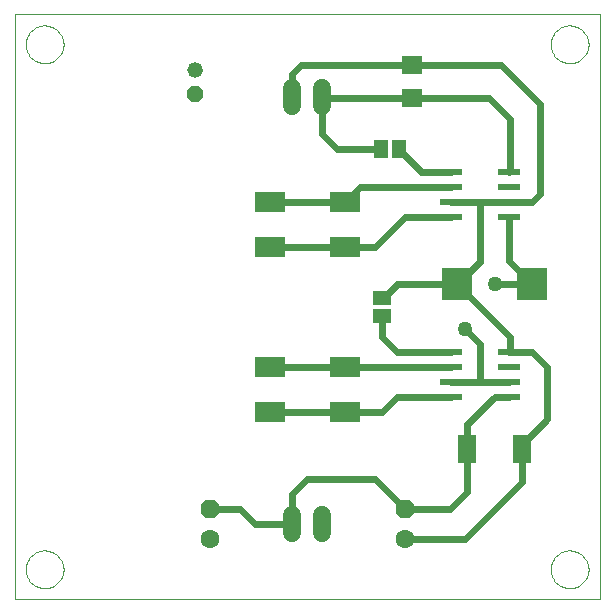
<source format=gtl>
G75*
%MOIN*%
%OFA0B0*%
%FSLAX24Y24*%
%IPPOS*%
%LPD*%
%AMOC8*
5,1,8,0,0,1.08239X$1,22.5*
%
%ADD10C,0.0000*%
%ADD11C,0.0600*%
%ADD12OC8,0.0520*%
%ADD13C,0.0520*%
%ADD14R,0.0780X0.0220*%
%ADD15R,0.0460X0.0630*%
%ADD16R,0.0591X0.0945*%
%ADD17R,0.0630X0.0460*%
%ADD18R,0.0709X0.0630*%
%ADD19R,0.0984X0.0669*%
%ADD20OC8,0.0630*%
%ADD21C,0.0630*%
%ADD22R,0.1004X0.1063*%
%ADD23C,0.0240*%
%ADD24C,0.0500*%
D10*
X000100Y000100D02*
X000100Y019600D01*
X019600Y019600D01*
X019600Y000100D01*
X000100Y000100D01*
X000470Y001100D02*
X000472Y001150D01*
X000478Y001200D01*
X000488Y001249D01*
X000502Y001297D01*
X000519Y001344D01*
X000540Y001389D01*
X000565Y001433D01*
X000593Y001474D01*
X000625Y001513D01*
X000659Y001550D01*
X000696Y001584D01*
X000736Y001614D01*
X000778Y001641D01*
X000822Y001665D01*
X000868Y001686D01*
X000915Y001702D01*
X000963Y001715D01*
X001013Y001724D01*
X001062Y001729D01*
X001113Y001730D01*
X001163Y001727D01*
X001212Y001720D01*
X001261Y001709D01*
X001309Y001694D01*
X001355Y001676D01*
X001400Y001654D01*
X001443Y001628D01*
X001484Y001599D01*
X001523Y001567D01*
X001559Y001532D01*
X001591Y001494D01*
X001621Y001454D01*
X001648Y001411D01*
X001671Y001367D01*
X001690Y001321D01*
X001706Y001273D01*
X001718Y001224D01*
X001726Y001175D01*
X001730Y001125D01*
X001730Y001075D01*
X001726Y001025D01*
X001718Y000976D01*
X001706Y000927D01*
X001690Y000879D01*
X001671Y000833D01*
X001648Y000789D01*
X001621Y000746D01*
X001591Y000706D01*
X001559Y000668D01*
X001523Y000633D01*
X001484Y000601D01*
X001443Y000572D01*
X001400Y000546D01*
X001355Y000524D01*
X001309Y000506D01*
X001261Y000491D01*
X001212Y000480D01*
X001163Y000473D01*
X001113Y000470D01*
X001062Y000471D01*
X001013Y000476D01*
X000963Y000485D01*
X000915Y000498D01*
X000868Y000514D01*
X000822Y000535D01*
X000778Y000559D01*
X000736Y000586D01*
X000696Y000616D01*
X000659Y000650D01*
X000625Y000687D01*
X000593Y000726D01*
X000565Y000767D01*
X000540Y000811D01*
X000519Y000856D01*
X000502Y000903D01*
X000488Y000951D01*
X000478Y001000D01*
X000472Y001050D01*
X000470Y001100D01*
X000470Y018600D02*
X000472Y018650D01*
X000478Y018700D01*
X000488Y018749D01*
X000502Y018797D01*
X000519Y018844D01*
X000540Y018889D01*
X000565Y018933D01*
X000593Y018974D01*
X000625Y019013D01*
X000659Y019050D01*
X000696Y019084D01*
X000736Y019114D01*
X000778Y019141D01*
X000822Y019165D01*
X000868Y019186D01*
X000915Y019202D01*
X000963Y019215D01*
X001013Y019224D01*
X001062Y019229D01*
X001113Y019230D01*
X001163Y019227D01*
X001212Y019220D01*
X001261Y019209D01*
X001309Y019194D01*
X001355Y019176D01*
X001400Y019154D01*
X001443Y019128D01*
X001484Y019099D01*
X001523Y019067D01*
X001559Y019032D01*
X001591Y018994D01*
X001621Y018954D01*
X001648Y018911D01*
X001671Y018867D01*
X001690Y018821D01*
X001706Y018773D01*
X001718Y018724D01*
X001726Y018675D01*
X001730Y018625D01*
X001730Y018575D01*
X001726Y018525D01*
X001718Y018476D01*
X001706Y018427D01*
X001690Y018379D01*
X001671Y018333D01*
X001648Y018289D01*
X001621Y018246D01*
X001591Y018206D01*
X001559Y018168D01*
X001523Y018133D01*
X001484Y018101D01*
X001443Y018072D01*
X001400Y018046D01*
X001355Y018024D01*
X001309Y018006D01*
X001261Y017991D01*
X001212Y017980D01*
X001163Y017973D01*
X001113Y017970D01*
X001062Y017971D01*
X001013Y017976D01*
X000963Y017985D01*
X000915Y017998D01*
X000868Y018014D01*
X000822Y018035D01*
X000778Y018059D01*
X000736Y018086D01*
X000696Y018116D01*
X000659Y018150D01*
X000625Y018187D01*
X000593Y018226D01*
X000565Y018267D01*
X000540Y018311D01*
X000519Y018356D01*
X000502Y018403D01*
X000488Y018451D01*
X000478Y018500D01*
X000472Y018550D01*
X000470Y018600D01*
X017970Y018600D02*
X017972Y018650D01*
X017978Y018700D01*
X017988Y018749D01*
X018002Y018797D01*
X018019Y018844D01*
X018040Y018889D01*
X018065Y018933D01*
X018093Y018974D01*
X018125Y019013D01*
X018159Y019050D01*
X018196Y019084D01*
X018236Y019114D01*
X018278Y019141D01*
X018322Y019165D01*
X018368Y019186D01*
X018415Y019202D01*
X018463Y019215D01*
X018513Y019224D01*
X018562Y019229D01*
X018613Y019230D01*
X018663Y019227D01*
X018712Y019220D01*
X018761Y019209D01*
X018809Y019194D01*
X018855Y019176D01*
X018900Y019154D01*
X018943Y019128D01*
X018984Y019099D01*
X019023Y019067D01*
X019059Y019032D01*
X019091Y018994D01*
X019121Y018954D01*
X019148Y018911D01*
X019171Y018867D01*
X019190Y018821D01*
X019206Y018773D01*
X019218Y018724D01*
X019226Y018675D01*
X019230Y018625D01*
X019230Y018575D01*
X019226Y018525D01*
X019218Y018476D01*
X019206Y018427D01*
X019190Y018379D01*
X019171Y018333D01*
X019148Y018289D01*
X019121Y018246D01*
X019091Y018206D01*
X019059Y018168D01*
X019023Y018133D01*
X018984Y018101D01*
X018943Y018072D01*
X018900Y018046D01*
X018855Y018024D01*
X018809Y018006D01*
X018761Y017991D01*
X018712Y017980D01*
X018663Y017973D01*
X018613Y017970D01*
X018562Y017971D01*
X018513Y017976D01*
X018463Y017985D01*
X018415Y017998D01*
X018368Y018014D01*
X018322Y018035D01*
X018278Y018059D01*
X018236Y018086D01*
X018196Y018116D01*
X018159Y018150D01*
X018125Y018187D01*
X018093Y018226D01*
X018065Y018267D01*
X018040Y018311D01*
X018019Y018356D01*
X018002Y018403D01*
X017988Y018451D01*
X017978Y018500D01*
X017972Y018550D01*
X017970Y018600D01*
X017970Y001100D02*
X017972Y001150D01*
X017978Y001200D01*
X017988Y001249D01*
X018002Y001297D01*
X018019Y001344D01*
X018040Y001389D01*
X018065Y001433D01*
X018093Y001474D01*
X018125Y001513D01*
X018159Y001550D01*
X018196Y001584D01*
X018236Y001614D01*
X018278Y001641D01*
X018322Y001665D01*
X018368Y001686D01*
X018415Y001702D01*
X018463Y001715D01*
X018513Y001724D01*
X018562Y001729D01*
X018613Y001730D01*
X018663Y001727D01*
X018712Y001720D01*
X018761Y001709D01*
X018809Y001694D01*
X018855Y001676D01*
X018900Y001654D01*
X018943Y001628D01*
X018984Y001599D01*
X019023Y001567D01*
X019059Y001532D01*
X019091Y001494D01*
X019121Y001454D01*
X019148Y001411D01*
X019171Y001367D01*
X019190Y001321D01*
X019206Y001273D01*
X019218Y001224D01*
X019226Y001175D01*
X019230Y001125D01*
X019230Y001075D01*
X019226Y001025D01*
X019218Y000976D01*
X019206Y000927D01*
X019190Y000879D01*
X019171Y000833D01*
X019148Y000789D01*
X019121Y000746D01*
X019091Y000706D01*
X019059Y000668D01*
X019023Y000633D01*
X018984Y000601D01*
X018943Y000572D01*
X018900Y000546D01*
X018855Y000524D01*
X018809Y000506D01*
X018761Y000491D01*
X018712Y000480D01*
X018663Y000473D01*
X018613Y000470D01*
X018562Y000471D01*
X018513Y000476D01*
X018463Y000485D01*
X018415Y000498D01*
X018368Y000514D01*
X018322Y000535D01*
X018278Y000559D01*
X018236Y000586D01*
X018196Y000616D01*
X018159Y000650D01*
X018125Y000687D01*
X018093Y000726D01*
X018065Y000767D01*
X018040Y000811D01*
X018019Y000856D01*
X018002Y000903D01*
X017988Y000951D01*
X017978Y001000D01*
X017972Y001050D01*
X017970Y001100D01*
D11*
X010350Y002300D02*
X010350Y002900D01*
X009350Y002900D02*
X009350Y002300D01*
X009350Y016550D02*
X009350Y017150D01*
X010350Y017150D02*
X010350Y016550D01*
D12*
X006100Y016950D03*
D13*
X006100Y017750D03*
D14*
X014630Y014350D03*
X014630Y013850D03*
X014630Y013350D03*
X014630Y012850D03*
X016570Y012850D03*
X016570Y013350D03*
X016570Y013850D03*
X016570Y014350D03*
X016570Y008350D03*
X016570Y007850D03*
X016570Y007350D03*
X016570Y006850D03*
X014630Y006850D03*
X014630Y007350D03*
X014630Y007850D03*
X014630Y008350D03*
D15*
X012900Y015100D03*
X012300Y015100D03*
D16*
X015194Y005100D03*
X017006Y005100D03*
D17*
X012350Y009550D03*
X012350Y010150D03*
D18*
X013350Y016799D03*
X013350Y017901D03*
D19*
X011100Y013348D03*
X011100Y011852D03*
X008600Y011852D03*
X008600Y013348D03*
X008600Y007848D03*
X008600Y006352D03*
X011100Y006352D03*
X011100Y007848D03*
D20*
X013100Y003100D03*
X006600Y003100D03*
D21*
X006600Y002100D03*
X013100Y002100D03*
D22*
X014852Y010600D03*
X017348Y010600D03*
D23*
X016100Y010600D01*
X015600Y011350D02*
X015600Y013350D01*
X016570Y013350D01*
X017350Y013350D01*
X017600Y013600D01*
X017600Y016600D01*
X016299Y017901D01*
X013350Y017901D01*
X009651Y017901D01*
X009350Y017600D01*
X009350Y016850D01*
X010350Y016850D02*
X010350Y015600D01*
X010850Y015100D01*
X012300Y015100D01*
X012900Y015100D02*
X013650Y014350D01*
X014630Y014350D01*
X014630Y013850D02*
X011602Y013850D01*
X011100Y013348D01*
X008600Y013348D01*
X008600Y011852D02*
X011100Y011852D01*
X011102Y011850D01*
X012100Y011850D01*
X013100Y012850D01*
X014630Y012850D01*
X014630Y013350D02*
X015600Y013350D01*
X016570Y012850D02*
X016570Y011378D01*
X017348Y010600D01*
X015600Y011350D02*
X014852Y010602D01*
X014852Y010600D01*
X014852Y010598D01*
X016600Y008850D01*
X016600Y008380D01*
X016570Y008350D01*
X017350Y008350D01*
X017850Y007850D01*
X017850Y006100D01*
X017006Y005256D01*
X017006Y005100D01*
X017006Y004006D01*
X015100Y002100D01*
X013100Y002100D01*
X013100Y003100D02*
X012100Y004100D01*
X009850Y004100D01*
X009350Y003600D01*
X009350Y002600D01*
X008100Y002600D01*
X007600Y003100D01*
X006600Y003100D01*
X008600Y006352D02*
X011100Y006352D01*
X011102Y006350D01*
X012350Y006350D01*
X012850Y006850D01*
X014630Y006850D01*
X014630Y007350D02*
X015600Y007350D01*
X015600Y008600D01*
X015100Y009100D01*
X014630Y008350D02*
X012850Y008350D01*
X012350Y008850D01*
X012350Y009550D01*
X012350Y010150D02*
X012400Y010150D01*
X012850Y010600D01*
X014852Y010600D01*
X014630Y007850D02*
X011102Y007850D01*
X011100Y007848D01*
X008600Y007848D01*
X013100Y003100D02*
X014600Y003100D01*
X015194Y003694D01*
X015194Y005100D01*
X015194Y005944D01*
X016100Y006850D01*
X016570Y006850D01*
X016570Y007350D02*
X015600Y007350D01*
X016570Y014350D02*
X016600Y014380D01*
X016600Y016100D01*
X015901Y016799D01*
X013350Y016799D01*
X010401Y016799D01*
X010350Y016850D01*
D24*
X016100Y010600D03*
X015100Y009100D03*
M02*

</source>
